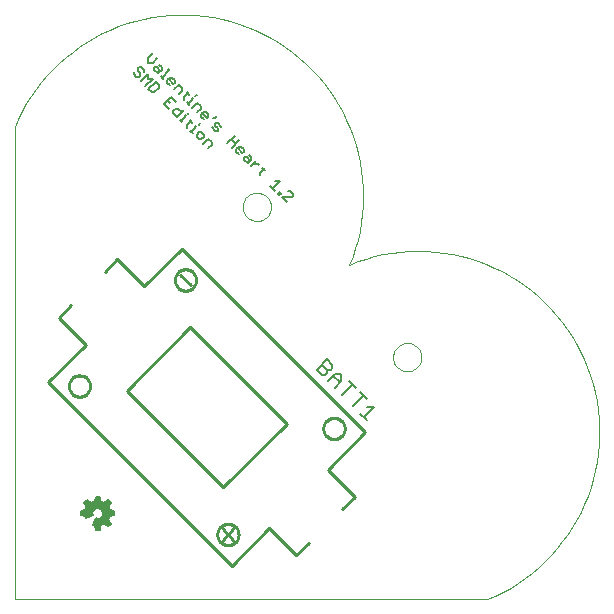
<source format=gto>
G75*
G70*
%OFA0B0*%
%FSLAX24Y24*%
%IPPOS*%
%LPD*%
%AMOC8*
5,1,8,0,0,1.08239X$1,22.5*
%
%ADD10C,0.0000*%
%ADD11C,0.0060*%
%ADD12C,0.0100*%
%ADD13C,0.0070*%
D10*
X010038Y009756D02*
X025786Y009756D01*
X026053Y009873D01*
X026314Y010003D01*
X026569Y010146D01*
X026816Y010300D01*
X027055Y010467D01*
X027287Y010645D01*
X027509Y010833D01*
X027722Y011033D01*
X027925Y011242D01*
X028117Y011461D01*
X028299Y011689D01*
X028470Y011925D01*
X028629Y012170D01*
X028776Y012422D01*
X028911Y012680D01*
X029033Y012945D01*
X029142Y013216D01*
X029238Y013491D01*
X029320Y013771D01*
X029389Y014054D01*
X029444Y014340D01*
X029485Y014629D01*
X029513Y014919D01*
X029526Y015211D01*
X029525Y015502D01*
X029510Y015794D01*
X029481Y016084D01*
X029438Y016372D01*
X029381Y016658D01*
X029310Y016941D01*
X029226Y017220D01*
X029128Y017495D01*
X029017Y017765D01*
X028893Y018029D01*
X028757Y018286D01*
X028608Y018537D01*
X028448Y018781D01*
X028276Y019016D01*
X028092Y019243D01*
X027898Y019461D01*
X027694Y019669D01*
X027480Y019866D01*
X027256Y020054D01*
X027024Y020230D01*
X026783Y020395D01*
X026535Y020548D01*
X026280Y020689D01*
X026018Y020817D01*
X025750Y020933D01*
X025477Y021035D01*
X025200Y021125D01*
X024918Y021200D01*
X024633Y021262D01*
X024345Y021310D01*
X024056Y021345D01*
X023765Y021365D01*
X023473Y021371D01*
X023182Y021363D01*
X022891Y021341D01*
X022602Y021305D01*
X022315Y021255D01*
X022030Y021191D01*
X021749Y021113D01*
X021472Y021022D01*
X021200Y020918D01*
X017640Y022840D02*
X017642Y022883D01*
X017648Y022925D01*
X017658Y022967D01*
X017671Y023008D01*
X017688Y023048D01*
X017709Y023085D01*
X017733Y023121D01*
X017760Y023154D01*
X017790Y023185D01*
X017823Y023213D01*
X017858Y023238D01*
X017895Y023259D01*
X017934Y023277D01*
X017974Y023291D01*
X018016Y023302D01*
X018058Y023309D01*
X018101Y023312D01*
X018144Y023311D01*
X018187Y023306D01*
X018229Y023297D01*
X018270Y023285D01*
X018310Y023269D01*
X018348Y023249D01*
X018384Y023226D01*
X018418Y023199D01*
X018450Y023170D01*
X018478Y023138D01*
X018504Y023103D01*
X018526Y023067D01*
X018545Y023028D01*
X018560Y022988D01*
X018572Y022947D01*
X018580Y022904D01*
X018584Y022861D01*
X018584Y022819D01*
X018580Y022776D01*
X018572Y022733D01*
X018560Y022692D01*
X018545Y022652D01*
X018526Y022613D01*
X018504Y022577D01*
X018478Y022542D01*
X018450Y022510D01*
X018418Y022481D01*
X018384Y022454D01*
X018348Y022431D01*
X018310Y022411D01*
X018270Y022395D01*
X018229Y022383D01*
X018187Y022374D01*
X018144Y022369D01*
X018101Y022368D01*
X018058Y022371D01*
X018016Y022378D01*
X017974Y022389D01*
X017934Y022403D01*
X017895Y022421D01*
X017858Y022442D01*
X017823Y022467D01*
X017790Y022495D01*
X017760Y022526D01*
X017733Y022559D01*
X017709Y022595D01*
X017688Y022632D01*
X017671Y022672D01*
X017658Y022713D01*
X017648Y022755D01*
X017642Y022797D01*
X017640Y022840D01*
X021200Y020917D02*
X021304Y021190D01*
X021395Y021467D01*
X021473Y021748D01*
X021537Y022032D01*
X021587Y022320D01*
X021623Y022609D01*
X021645Y022900D01*
X021653Y023191D01*
X021647Y023483D01*
X021627Y023774D01*
X021592Y024063D01*
X021544Y024351D01*
X021482Y024636D01*
X021407Y024918D01*
X021317Y025195D01*
X021215Y025468D01*
X021099Y025736D01*
X020971Y025998D01*
X020830Y026253D01*
X020677Y026501D01*
X020512Y026742D01*
X020336Y026974D01*
X020148Y027198D01*
X019951Y027412D01*
X019743Y027616D01*
X019525Y027810D01*
X019298Y027994D01*
X019063Y028166D01*
X018819Y028326D01*
X018568Y028475D01*
X018311Y028611D01*
X018047Y028735D01*
X017777Y028846D01*
X017502Y028944D01*
X017223Y029028D01*
X016940Y029099D01*
X016654Y029156D01*
X016366Y029199D01*
X016076Y029228D01*
X015784Y029243D01*
X015493Y029244D01*
X015201Y029231D01*
X014911Y029203D01*
X014622Y029162D01*
X014336Y029107D01*
X014053Y029038D01*
X013773Y028956D01*
X013498Y028860D01*
X013227Y028751D01*
X012962Y028629D01*
X012704Y028494D01*
X012452Y028347D01*
X012207Y028188D01*
X011971Y028017D01*
X011743Y027835D01*
X011524Y027643D01*
X011315Y027440D01*
X011115Y027227D01*
X010927Y027005D01*
X010749Y026773D01*
X010582Y026534D01*
X010428Y026287D01*
X010285Y026032D01*
X010155Y025771D01*
X010038Y025504D01*
X010038Y009756D01*
X022651Y017829D02*
X022653Y017872D01*
X022659Y017914D01*
X022669Y017956D01*
X022682Y017997D01*
X022699Y018037D01*
X022720Y018074D01*
X022744Y018110D01*
X022771Y018143D01*
X022801Y018174D01*
X022834Y018202D01*
X022869Y018227D01*
X022906Y018248D01*
X022945Y018266D01*
X022985Y018280D01*
X023027Y018291D01*
X023069Y018298D01*
X023112Y018301D01*
X023155Y018300D01*
X023198Y018295D01*
X023240Y018286D01*
X023281Y018274D01*
X023321Y018258D01*
X023359Y018238D01*
X023395Y018215D01*
X023429Y018188D01*
X023461Y018159D01*
X023489Y018127D01*
X023515Y018092D01*
X023537Y018056D01*
X023556Y018017D01*
X023571Y017977D01*
X023583Y017936D01*
X023591Y017893D01*
X023595Y017850D01*
X023595Y017808D01*
X023591Y017765D01*
X023583Y017722D01*
X023571Y017681D01*
X023556Y017641D01*
X023537Y017602D01*
X023515Y017566D01*
X023489Y017531D01*
X023461Y017499D01*
X023429Y017470D01*
X023395Y017443D01*
X023359Y017420D01*
X023321Y017400D01*
X023281Y017384D01*
X023240Y017372D01*
X023198Y017363D01*
X023155Y017358D01*
X023112Y017357D01*
X023069Y017360D01*
X023027Y017367D01*
X022985Y017378D01*
X022945Y017392D01*
X022906Y017410D01*
X022869Y017431D01*
X022834Y017456D01*
X022801Y017484D01*
X022771Y017515D01*
X022744Y017548D01*
X022720Y017584D01*
X022699Y017621D01*
X022682Y017661D01*
X022669Y017702D01*
X022659Y017744D01*
X022653Y017786D01*
X022651Y017829D01*
D11*
X019113Y022994D02*
X018953Y023155D01*
X019273Y023155D01*
X019314Y023195D01*
X019314Y023275D01*
X019233Y023355D01*
X019153Y023355D01*
X018903Y023285D02*
X018863Y023245D01*
X018822Y023285D01*
X018863Y023325D01*
X018903Y023285D01*
X018722Y023385D02*
X018562Y023545D01*
X018642Y023465D02*
X018883Y023706D01*
X018722Y023706D01*
X018369Y024060D02*
X018288Y024140D01*
X018369Y024140D02*
X018208Y023979D01*
X018208Y023899D01*
X018192Y024236D02*
X018152Y024277D01*
X017991Y024277D01*
X017911Y024196D02*
X018071Y024357D01*
X017931Y024417D02*
X017811Y024296D01*
X017691Y024417D01*
X017691Y024497D01*
X017771Y024497D01*
X017891Y024377D01*
X017931Y024417D02*
X017931Y024497D01*
X017851Y024577D01*
X017671Y024677D02*
X017631Y024637D01*
X017471Y024797D01*
X017511Y024837D02*
X017591Y024838D01*
X017671Y024757D01*
X017671Y024677D01*
X017511Y024597D02*
X017430Y024677D01*
X017430Y024757D01*
X017511Y024837D01*
X017411Y024938D02*
X017250Y025098D01*
X017130Y024978D02*
X017371Y025218D01*
X017531Y025058D02*
X017290Y024817D01*
X016602Y024911D02*
X016482Y024790D01*
X016602Y024911D02*
X016602Y024991D01*
X016482Y025111D01*
X016322Y024951D01*
X016262Y025091D02*
X016342Y025171D01*
X016342Y025251D01*
X016262Y025331D01*
X016182Y025331D01*
X016101Y025251D01*
X016101Y025171D01*
X016182Y025091D01*
X016262Y025091D01*
X015968Y025305D02*
X015888Y025385D01*
X015928Y025345D02*
X016088Y025505D01*
X016048Y025545D01*
X016168Y025585D02*
X016209Y025625D01*
X016339Y025769D02*
X016259Y025849D01*
X016259Y025929D01*
X016339Y026009D01*
X016419Y026009D01*
X016499Y025929D01*
X016499Y025849D01*
X016459Y025809D01*
X016299Y025969D01*
X016239Y026109D02*
X016119Y025989D01*
X016239Y026109D02*
X016239Y026190D01*
X016119Y026310D01*
X015958Y026150D01*
X015865Y026243D02*
X015785Y026323D01*
X015825Y026283D02*
X015985Y026444D01*
X015945Y026484D01*
X016065Y026524D02*
X016105Y026564D01*
X015852Y026577D02*
X015771Y026657D01*
X015852Y026657D02*
X015691Y026497D01*
X015691Y026417D01*
X015511Y026597D02*
X015631Y026717D01*
X015631Y026797D01*
X015511Y026918D01*
X015351Y026757D01*
X015331Y026937D02*
X015170Y027098D01*
X015130Y027058D02*
X015210Y027138D01*
X015291Y027138D01*
X015371Y027058D01*
X015371Y026978D01*
X015331Y026937D01*
X015210Y026897D02*
X015130Y026978D01*
X015130Y027058D01*
X014997Y027111D02*
X014917Y027191D01*
X014957Y027151D02*
X015197Y027392D01*
X015157Y027432D01*
X014937Y027412D02*
X014817Y027291D01*
X014696Y027412D01*
X014696Y027492D01*
X014776Y027492D01*
X014897Y027372D01*
X014937Y027412D02*
X014937Y027492D01*
X014857Y027572D01*
X014797Y027792D02*
X014636Y027632D01*
X014476Y027632D01*
X014476Y027792D01*
X014636Y027953D01*
X014259Y027495D02*
X014179Y027495D01*
X014139Y027455D01*
X014139Y027375D01*
X014219Y027295D01*
X014219Y027214D01*
X014179Y027174D01*
X014099Y027174D01*
X014018Y027255D01*
X014018Y027335D01*
X014259Y027495D02*
X014339Y027415D01*
X014339Y027335D01*
X014479Y027275D02*
X014239Y027034D01*
X014399Y026874D02*
X014640Y027114D01*
X014479Y027114D01*
X014479Y027275D01*
X014740Y027014D02*
X014860Y026894D01*
X014860Y026814D01*
X014699Y026653D01*
X014619Y026653D01*
X014499Y026774D01*
X014740Y027014D01*
X015260Y026494D02*
X015020Y026253D01*
X015180Y026092D01*
X015320Y026033D02*
X015400Y026113D01*
X015481Y026113D01*
X015601Y025992D01*
X015681Y026073D02*
X015441Y025832D01*
X015320Y025952D01*
X015320Y026033D01*
X015220Y026293D02*
X015140Y026373D01*
X015260Y026494D02*
X015421Y026333D01*
X015701Y025892D02*
X015741Y025852D01*
X015581Y025692D01*
X015541Y025732D02*
X015621Y025652D01*
X015794Y025558D02*
X015794Y025478D01*
X015794Y025558D02*
X015955Y025719D01*
X015875Y025719D02*
X015955Y025639D01*
X015821Y025933D02*
X015861Y025973D01*
X016639Y025789D02*
X016719Y025789D01*
X016800Y025869D01*
X016810Y025619D02*
X016930Y025499D01*
X016810Y025458D02*
X016729Y025539D01*
X016729Y025619D01*
X016810Y025619D01*
X016810Y025458D02*
X016810Y025378D01*
X016729Y025378D01*
X016609Y025499D01*
X012869Y013181D02*
X012742Y013181D01*
X012714Y013025D01*
X012579Y012976D01*
X012459Y013068D01*
X012367Y012976D01*
X012452Y012849D01*
X012395Y012721D01*
X012247Y012686D01*
X012247Y012559D01*
X012388Y012530D01*
X012403Y012474D01*
X012636Y012566D01*
X012593Y012566D02*
X012345Y012566D01*
X012275Y012601D02*
X012275Y012672D01*
X012452Y012707D01*
X012487Y012884D01*
X012417Y012955D01*
X012487Y013025D01*
X012593Y012919D01*
X012735Y012990D01*
X012770Y013167D01*
X012841Y013167D01*
X012876Y012990D01*
X013053Y012955D01*
X013124Y013025D01*
X013194Y012955D01*
X013124Y012813D01*
X013194Y012672D01*
X013336Y012672D01*
X013336Y012601D01*
X013194Y012530D01*
X013124Y012389D01*
X013230Y012283D01*
X013124Y012247D01*
X012982Y012318D01*
X012876Y012212D01*
X012841Y012106D01*
X012770Y012106D01*
X012735Y012212D01*
X012699Y012247D01*
X012770Y012389D01*
X012982Y012460D01*
X013018Y012636D01*
X012947Y012778D01*
X012806Y012849D01*
X012664Y012778D01*
X012593Y012636D01*
X012593Y012566D01*
X012417Y012530D01*
X012275Y012601D01*
X012275Y012625D02*
X012593Y012625D01*
X012617Y012683D02*
X012333Y012683D01*
X012459Y012742D02*
X012646Y012742D01*
X012709Y012800D02*
X012471Y012800D01*
X012482Y012859D02*
X013147Y012859D01*
X013152Y012841D02*
X013202Y012721D01*
X013364Y012686D01*
X013364Y012559D01*
X013209Y012530D01*
X013159Y012410D01*
X013244Y012283D01*
X013152Y012191D01*
X013032Y012269D01*
X012897Y012219D01*
X012869Y012064D01*
X012742Y012064D01*
X012714Y012205D01*
X012650Y012226D01*
X012749Y012453D01*
X012776Y012391D02*
X013125Y012391D01*
X013154Y012449D02*
X012951Y012449D01*
X012992Y012508D02*
X013183Y012508D01*
X013266Y012566D02*
X013004Y012566D01*
X013015Y012625D02*
X013336Y012625D01*
X013189Y012683D02*
X012994Y012683D01*
X012965Y012742D02*
X013159Y012742D01*
X013130Y012800D02*
X012902Y012800D01*
X012946Y012976D02*
X012707Y012976D01*
X012744Y013035D02*
X012867Y013035D01*
X012897Y013025D02*
X013018Y012976D01*
X013152Y013068D01*
X013244Y012976D01*
X013152Y012841D01*
X013176Y012918D02*
X012454Y012918D01*
X012438Y012976D02*
X012537Y012976D01*
X012755Y013093D02*
X012856Y013093D01*
X012844Y013152D02*
X012767Y013152D01*
X012869Y013181D02*
X012897Y013025D01*
X013075Y012976D02*
X013173Y012976D01*
X012749Y012452D02*
X012775Y012446D01*
X012800Y012443D01*
X012826Y012444D01*
X012852Y012449D01*
X012876Y012457D01*
X012899Y012469D01*
X012920Y012484D01*
X012939Y012502D01*
X012955Y012522D01*
X012968Y012545D01*
X012977Y012569D01*
X012983Y012594D01*
X012985Y012620D01*
X012983Y012646D01*
X012978Y012671D01*
X012969Y012696D01*
X012957Y012718D01*
X012941Y012739D01*
X012923Y012757D01*
X012902Y012773D01*
X012880Y012785D01*
X012855Y012794D01*
X012830Y012799D01*
X012804Y012801D01*
X012778Y012799D01*
X012753Y012793D01*
X012729Y012784D01*
X012706Y012771D01*
X012686Y012755D01*
X012668Y012736D01*
X012653Y012715D01*
X012641Y012692D01*
X012633Y012668D01*
X012628Y012642D01*
X012627Y012616D01*
X012630Y012590D01*
X012636Y012565D01*
X012742Y012332D02*
X013181Y012332D01*
X013202Y012274D02*
X013072Y012274D01*
X012938Y012274D02*
X012713Y012274D01*
X012732Y012215D02*
X012879Y012215D01*
X012858Y012156D02*
X012753Y012156D01*
D12*
X016972Y012093D02*
X017325Y011740D01*
X016794Y011916D02*
X016796Y011953D01*
X016802Y011990D01*
X016811Y012025D01*
X016825Y012060D01*
X016841Y012093D01*
X016862Y012124D01*
X016885Y012153D01*
X016911Y012179D01*
X016940Y012202D01*
X016971Y012223D01*
X017004Y012239D01*
X017039Y012253D01*
X017074Y012262D01*
X017111Y012268D01*
X017148Y012270D01*
X017185Y012268D01*
X017222Y012262D01*
X017257Y012253D01*
X017292Y012239D01*
X017325Y012223D01*
X017356Y012202D01*
X017385Y012179D01*
X017411Y012153D01*
X017434Y012124D01*
X017455Y012093D01*
X017471Y012060D01*
X017485Y012025D01*
X017494Y011990D01*
X017500Y011953D01*
X017502Y011916D01*
X017500Y011879D01*
X017494Y011842D01*
X017485Y011807D01*
X017471Y011772D01*
X017455Y011739D01*
X017434Y011708D01*
X017411Y011679D01*
X017385Y011653D01*
X017356Y011630D01*
X017325Y011609D01*
X017292Y011593D01*
X017257Y011579D01*
X017222Y011570D01*
X017185Y011564D01*
X017148Y011562D01*
X017111Y011564D01*
X017074Y011570D01*
X017039Y011579D01*
X017004Y011593D01*
X016971Y011609D01*
X016940Y011630D01*
X016911Y011653D01*
X016885Y011679D01*
X016862Y011708D01*
X016841Y011739D01*
X016825Y011772D01*
X016811Y011807D01*
X016802Y011842D01*
X016796Y011879D01*
X016794Y011916D01*
X016972Y011740D02*
X017325Y012093D01*
X018529Y012122D02*
X017276Y010870D01*
X011152Y016994D01*
X012405Y018247D01*
X011514Y019138D01*
X011931Y019555D01*
X013045Y020669D02*
X013463Y021087D01*
X014353Y020196D01*
X015606Y021449D01*
X021731Y015324D01*
X020478Y014071D01*
X021369Y013180D01*
X020951Y012763D01*
X019838Y011649D02*
X019420Y011232D01*
X018529Y012122D01*
X016998Y013487D02*
X013769Y016716D01*
X015885Y018832D01*
X019114Y015602D01*
X016998Y013487D01*
X020330Y015452D02*
X020332Y015489D01*
X020338Y015526D01*
X020347Y015561D01*
X020361Y015596D01*
X020377Y015629D01*
X020398Y015660D01*
X020421Y015689D01*
X020447Y015715D01*
X020476Y015738D01*
X020507Y015759D01*
X020540Y015775D01*
X020575Y015789D01*
X020610Y015798D01*
X020647Y015804D01*
X020684Y015806D01*
X020721Y015804D01*
X020758Y015798D01*
X020793Y015789D01*
X020828Y015775D01*
X020861Y015759D01*
X020892Y015738D01*
X020921Y015715D01*
X020947Y015689D01*
X020970Y015660D01*
X020991Y015629D01*
X021007Y015596D01*
X021021Y015561D01*
X021030Y015526D01*
X021036Y015489D01*
X021038Y015452D01*
X021036Y015415D01*
X021030Y015378D01*
X021021Y015343D01*
X021007Y015308D01*
X020991Y015275D01*
X020970Y015244D01*
X020947Y015215D01*
X020921Y015189D01*
X020892Y015166D01*
X020861Y015145D01*
X020828Y015129D01*
X020793Y015115D01*
X020758Y015106D01*
X020721Y015100D01*
X020684Y015098D01*
X020647Y015100D01*
X020610Y015106D01*
X020575Y015115D01*
X020540Y015129D01*
X020507Y015145D01*
X020476Y015166D01*
X020447Y015189D01*
X020421Y015215D01*
X020398Y015244D01*
X020377Y015275D01*
X020361Y015308D01*
X020347Y015343D01*
X020338Y015378D01*
X020332Y015415D01*
X020330Y015452D01*
X015911Y020225D02*
X015557Y020579D01*
X015380Y020402D02*
X015382Y020439D01*
X015388Y020476D01*
X015397Y020511D01*
X015411Y020546D01*
X015427Y020579D01*
X015448Y020610D01*
X015471Y020639D01*
X015497Y020665D01*
X015526Y020688D01*
X015557Y020709D01*
X015590Y020725D01*
X015625Y020739D01*
X015660Y020748D01*
X015697Y020754D01*
X015734Y020756D01*
X015771Y020754D01*
X015808Y020748D01*
X015843Y020739D01*
X015878Y020725D01*
X015911Y020709D01*
X015942Y020688D01*
X015971Y020665D01*
X015997Y020639D01*
X016020Y020610D01*
X016041Y020579D01*
X016057Y020546D01*
X016071Y020511D01*
X016080Y020476D01*
X016086Y020439D01*
X016088Y020402D01*
X016086Y020365D01*
X016080Y020328D01*
X016071Y020293D01*
X016057Y020258D01*
X016041Y020225D01*
X016020Y020194D01*
X015997Y020165D01*
X015971Y020139D01*
X015942Y020116D01*
X015911Y020095D01*
X015878Y020079D01*
X015843Y020065D01*
X015808Y020056D01*
X015771Y020050D01*
X015734Y020048D01*
X015697Y020050D01*
X015660Y020056D01*
X015625Y020065D01*
X015590Y020079D01*
X015557Y020095D01*
X015526Y020116D01*
X015497Y020139D01*
X015471Y020165D01*
X015448Y020194D01*
X015427Y020225D01*
X015411Y020258D01*
X015397Y020293D01*
X015388Y020328D01*
X015382Y020365D01*
X015380Y020402D01*
X011845Y016866D02*
X011847Y016903D01*
X011853Y016940D01*
X011862Y016975D01*
X011876Y017010D01*
X011892Y017043D01*
X011913Y017074D01*
X011936Y017103D01*
X011962Y017129D01*
X011991Y017152D01*
X012022Y017173D01*
X012055Y017189D01*
X012090Y017203D01*
X012125Y017212D01*
X012162Y017218D01*
X012199Y017220D01*
X012236Y017218D01*
X012273Y017212D01*
X012308Y017203D01*
X012343Y017189D01*
X012376Y017173D01*
X012407Y017152D01*
X012436Y017129D01*
X012462Y017103D01*
X012485Y017074D01*
X012506Y017043D01*
X012522Y017010D01*
X012536Y016975D01*
X012545Y016940D01*
X012551Y016903D01*
X012553Y016866D01*
X012551Y016829D01*
X012545Y016792D01*
X012536Y016757D01*
X012522Y016722D01*
X012506Y016689D01*
X012485Y016658D01*
X012462Y016629D01*
X012436Y016603D01*
X012407Y016580D01*
X012376Y016559D01*
X012343Y016543D01*
X012308Y016529D01*
X012273Y016520D01*
X012236Y016514D01*
X012199Y016512D01*
X012162Y016514D01*
X012125Y016520D01*
X012090Y016529D01*
X012055Y016543D01*
X012022Y016559D01*
X011991Y016580D01*
X011962Y016603D01*
X011936Y016629D01*
X011913Y016658D01*
X011892Y016689D01*
X011876Y016722D01*
X011862Y016757D01*
X011853Y016792D01*
X011847Y016829D01*
X011845Y016866D01*
D13*
X020105Y017409D02*
X020279Y017236D01*
X020394Y017236D01*
X020452Y017294D01*
X020452Y017409D01*
X020279Y017583D01*
X020452Y017756D02*
X020105Y017409D01*
X020452Y017409D02*
X020568Y017409D01*
X020626Y017467D01*
X020626Y017583D01*
X020452Y017756D01*
X020701Y017276D02*
X020470Y017045D01*
X020643Y017218D02*
X020874Y016987D01*
X020932Y017045D02*
X020701Y016814D01*
X020932Y017045D02*
X020932Y017276D01*
X020701Y017276D01*
X021181Y017027D02*
X021412Y016796D01*
X021297Y016911D02*
X020950Y016565D01*
X021315Y016200D02*
X021661Y016547D01*
X021546Y016662D02*
X021777Y016431D01*
X021795Y016182D02*
X022026Y016182D01*
X021679Y015835D01*
X021564Y015951D02*
X021795Y015720D01*
M02*

</source>
